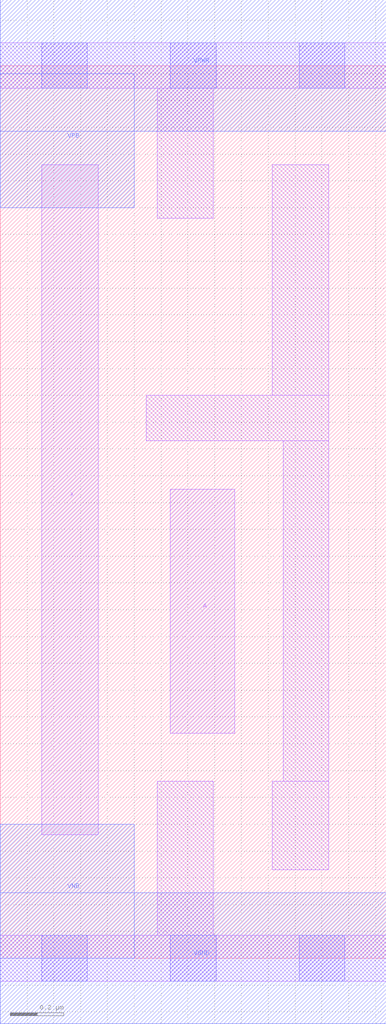
<source format=lef>
# Copyright 2020 The SkyWater PDK Authors
#
# Licensed under the Apache License, Version 2.0 (the "License");
# you may not use this file except in compliance with the License.
# You may obtain a copy of the License at
#
#     https://www.apache.org/licenses/LICENSE-2.0
#
# Unless required by applicable law or agreed to in writing, software
# distributed under the License is distributed on an "AS IS" BASIS,
# WITHOUT WARRANTIES OR CONDITIONS OF ANY KIND, either express or implied.
# See the License for the specific language governing permissions and
# limitations under the License.
#
# SPDX-License-Identifier: Apache-2.0

VERSION 5.5 ;
NAMESCASESENSITIVE ON ;
BUSBITCHARS "[]" ;
DIVIDERCHAR "/" ;
MACRO sky130_fd_sc_lp__buf_m
  CLASS CORE ;
  SOURCE USER ;
  ORIGIN  0.000000  0.000000 ;
  SIZE  1.440000 BY  3.330000 ;
  SYMMETRY X Y R90 ;
  SITE unit ;
  PIN A
    ANTENNAGATEAREA  0.126000 ;
    DIRECTION INPUT ;
    USE SIGNAL ;
    PORT
      LAYER li1 ;
        RECT 0.635000 0.840000 0.875000 1.750000 ;
    END
  END A
  PIN X
    ANTENNADIFFAREA  0.222600 ;
    DIRECTION OUTPUT ;
    USE SIGNAL ;
    PORT
      LAYER li1 ;
        RECT 0.155000 0.460000 0.365000 2.960000 ;
    END
  END X
  PIN VGND
    DIRECTION INOUT ;
    USE GROUND ;
    PORT
      LAYER met1 ;
        RECT 0.000000 -0.245000 1.440000 0.245000 ;
    END
  END VGND
  PIN VNB
    DIRECTION INOUT ;
    USE GROUND ;
    PORT
      LAYER met1 ;
        RECT 0.000000 0.000000 0.500000 0.500000 ;
    END
  END VNB
  PIN VPB
    DIRECTION INOUT ;
    USE POWER ;
    PORT
      LAYER met1 ;
        RECT 0.000000 2.800000 0.500000 3.300000 ;
    END
  END VPB
  PIN VPWR
    DIRECTION INOUT ;
    USE POWER ;
    PORT
      LAYER met1 ;
        RECT 0.000000 3.085000 1.440000 3.575000 ;
    END
  END VPWR
  OBS
    LAYER li1 ;
      RECT 0.000000 -0.085000 1.440000 0.085000 ;
      RECT 0.000000  3.245000 1.440000 3.415000 ;
      RECT 0.545000  1.930000 1.225000 2.100000 ;
      RECT 0.585000  0.085000 0.795000 0.660000 ;
      RECT 0.585000  2.760000 0.795000 3.245000 ;
      RECT 1.015000  0.330000 1.225000 0.660000 ;
      RECT 1.015000  2.100000 1.225000 2.960000 ;
      RECT 1.055000  0.660000 1.225000 1.930000 ;
    LAYER mcon ;
      RECT 0.155000 -0.085000 0.325000 0.085000 ;
      RECT 0.155000  3.245000 0.325000 3.415000 ;
      RECT 0.635000 -0.085000 0.805000 0.085000 ;
      RECT 0.635000  3.245000 0.805000 3.415000 ;
      RECT 1.115000 -0.085000 1.285000 0.085000 ;
      RECT 1.115000  3.245000 1.285000 3.415000 ;
  END
END sky130_fd_sc_lp__buf_m
END LIBRARY

</source>
